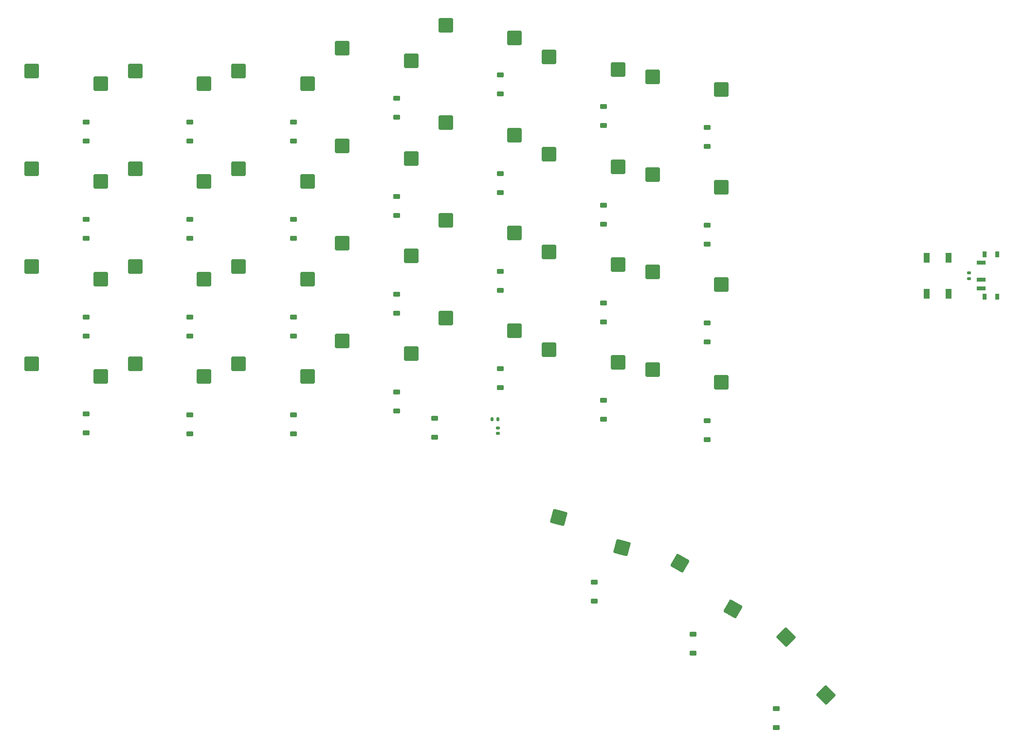
<source format=gbr>
%TF.GenerationSoftware,KiCad,Pcbnew,8.0.5*%
%TF.CreationDate,2024-10-02T17:20:21+02:00*%
%TF.ProjectId,vaucasy-pcb,76617563-6173-4792-9d70-63622e6b6963,rev?*%
%TF.SameCoordinates,Original*%
%TF.FileFunction,Paste,Bot*%
%TF.FilePolarity,Positive*%
%FSLAX46Y46*%
G04 Gerber Fmt 4.6, Leading zero omitted, Abs format (unit mm)*
G04 Created by KiCad (PCBNEW 8.0.5) date 2024-10-02 17:20:21*
%MOMM*%
%LPD*%
G01*
G04 APERTURE LIST*
G04 Aperture macros list*
%AMRoundRect*
0 Rectangle with rounded corners*
0 $1 Rounding radius*
0 $2 $3 $4 $5 $6 $7 $8 $9 X,Y pos of 4 corners*
0 Add a 4 corners polygon primitive as box body*
4,1,4,$2,$3,$4,$5,$6,$7,$8,$9,$2,$3,0*
0 Add four circle primitives for the rounded corners*
1,1,$1+$1,$2,$3*
1,1,$1+$1,$4,$5*
1,1,$1+$1,$6,$7*
1,1,$1+$1,$8,$9*
0 Add four rect primitives between the rounded corners*
20,1,$1+$1,$2,$3,$4,$5,0*
20,1,$1+$1,$4,$5,$6,$7,0*
20,1,$1+$1,$6,$7,$8,$9,0*
20,1,$1+$1,$8,$9,$2,$3,0*%
G04 Aperture macros list end*
%ADD10RoundRect,0.250000X-1.025000X-1.000000X1.025000X-1.000000X1.025000X1.000000X-1.025000X1.000000X0*%
%ADD11RoundRect,0.250000X-1.431891X0.017678X0.017678X-1.431891X1.431891X-0.017678X-0.017678X1.431891X0*%
%ADD12RoundRect,0.250000X-1.248893X-0.700636X0.731255X-1.231215X1.248893X0.700636X-0.731255X1.231215X0*%
%ADD13RoundRect,0.250000X-1.387676X-0.353525X0.387676X-1.378525X1.387676X0.353525X-0.387676X1.378525X0*%
%ADD14RoundRect,0.225000X0.375000X-0.225000X0.375000X0.225000X-0.375000X0.225000X-0.375000X-0.225000X0*%
%ADD15R,1.000000X1.700000*%
%ADD16R,1.500000X0.700000*%
%ADD17R,0.800000X1.000000*%
%ADD18RoundRect,0.135000X0.135000X0.185000X-0.135000X0.185000X-0.135000X-0.185000X0.135000X-0.185000X0*%
%ADD19RoundRect,0.135000X0.185000X-0.135000X0.185000X0.135000X-0.185000X0.135000X-0.185000X-0.135000X0*%
%ADD20RoundRect,0.140000X-0.170000X0.140000X-0.170000X-0.140000X0.170000X-0.140000X0.170000X0.140000X0*%
G04 APERTURE END LIST*
D10*
%TO.C,S5*%
X116000000Y-35550000D03*
X104000000Y-33350000D03*
%TD*%
%TO.C,S27*%
X134000000Y-75050000D03*
X122000000Y-72850000D03*
%TD*%
%TO.C,S3*%
X80000000Y-43550000D03*
X68000000Y-41350000D03*
%TD*%
%TO.C,S19*%
X62000000Y-77550000D03*
X50000000Y-75350000D03*
%TD*%
%TO.C,S28*%
X134000000Y-92050000D03*
X122000000Y-89850000D03*
%TD*%
%TO.C,S7*%
X152000000Y-44550000D03*
X140000000Y-42350000D03*
%TD*%
%TO.C,S30*%
X152000000Y-95550000D03*
X140000000Y-93350000D03*
%TD*%
%TO.C,S14*%
X134000000Y-58050000D03*
X122000000Y-55850000D03*
%TD*%
%TO.C,S6*%
X134000000Y-41050000D03*
X122000000Y-38850000D03*
%TD*%
%TO.C,S15*%
X152000000Y-61550000D03*
X140000000Y-59350000D03*
%TD*%
%TO.C,S29*%
X152000000Y-78550000D03*
X140000000Y-76350000D03*
%TD*%
%TO.C,S22*%
X80000000Y-94550000D03*
X68000000Y-92350000D03*
%TD*%
%TO.C,S26*%
X116000000Y-86550000D03*
X104000000Y-84350000D03*
%TD*%
%TO.C,S23*%
X98000000Y-73550000D03*
X86000000Y-71350000D03*
%TD*%
%TO.C,S1*%
X44000000Y-43550000D03*
X32000000Y-41350000D03*
%TD*%
%TO.C,S13*%
X116000000Y-52550000D03*
X104000000Y-50350000D03*
%TD*%
%TO.C,S9*%
X44000000Y-60550000D03*
X32000000Y-58350000D03*
%TD*%
%TO.C,S4*%
X98000000Y-39550000D03*
X86000000Y-37350000D03*
%TD*%
%TO.C,S10*%
X62000000Y-60550000D03*
X50000000Y-58350000D03*
%TD*%
%TO.C,S11*%
X80000000Y-60550000D03*
X68000000Y-58350000D03*
%TD*%
%TO.C,S17*%
X44000000Y-77550000D03*
X32000000Y-75350000D03*
%TD*%
%TO.C,S24*%
X98000000Y-90550000D03*
X86000000Y-88350000D03*
%TD*%
D11*
%TO.C,S31*%
X170137688Y-149967335D03*
X163208041Y-139926420D03*
%TD*%
D10*
%TO.C,S2*%
X62000000Y-43550000D03*
X50000000Y-41350000D03*
%TD*%
%TO.C,S20*%
X62000000Y-94550000D03*
X50000000Y-92350000D03*
%TD*%
D12*
%TO.C,S8*%
X134707022Y-124279444D03*
X123685314Y-119048579D03*
%TD*%
D10*
%TO.C,S25*%
X116000000Y-69550000D03*
X104000000Y-67350000D03*
%TD*%
%TO.C,S12*%
X98000000Y-56550000D03*
X86000000Y-54350000D03*
%TD*%
%TO.C,S21*%
X80000000Y-77550000D03*
X68000000Y-75350000D03*
%TD*%
D13*
%TO.C,S16*%
X154024356Y-134959103D03*
X144732051Y-127053848D03*
%TD*%
D10*
%TO.C,S18*%
X44000000Y-94550000D03*
X32000000Y-92350000D03*
%TD*%
D14*
%TO.C,D19*%
X59500000Y-87500000D03*
X59500000Y-84200000D03*
%TD*%
D15*
%TO.C,SW2*%
X187675000Y-73820000D03*
X187675000Y-80120000D03*
X191475000Y-73820000D03*
X191475000Y-80120000D03*
%TD*%
D14*
%TO.C,D9*%
X41500000Y-70500000D03*
X41500000Y-67200000D03*
%TD*%
%TO.C,D15*%
X149500000Y-71500000D03*
X149500000Y-68200000D03*
%TD*%
%TO.C,D8*%
X129825000Y-133650000D03*
X129825000Y-130350000D03*
%TD*%
%TO.C,D17*%
X41500000Y-87500000D03*
X41500000Y-84200000D03*
%TD*%
%TO.C,D18*%
X41500000Y-104350000D03*
X41500000Y-101050000D03*
%TD*%
%TO.C,D14*%
X131500000Y-68000000D03*
X131500000Y-64700000D03*
%TD*%
%TO.C,D12*%
X95500000Y-66500000D03*
X95500000Y-63200000D03*
%TD*%
%TO.C,D24*%
X95500000Y-100500000D03*
X95500000Y-97200000D03*
%TD*%
%TO.C,D26*%
X113500000Y-96500000D03*
X113500000Y-93200000D03*
%TD*%
%TO.C,D13*%
X113500000Y-62500000D03*
X113500000Y-59200000D03*
%TD*%
%TO.C,D6*%
X131500000Y-50850000D03*
X131500000Y-47550000D03*
%TD*%
D16*
%TO.C,SW1*%
X197145000Y-79200000D03*
X197145000Y-77700000D03*
X197145000Y-74700000D03*
D17*
X197795000Y-80600000D03*
X200005000Y-80600000D03*
X197795000Y-73300000D03*
X200005000Y-73300000D03*
%TD*%
D18*
%TO.C,R6*%
X113135000Y-101950000D03*
X112115000Y-101950000D03*
%TD*%
D14*
%TO.C,D22*%
X77500000Y-104500000D03*
X77500000Y-101200000D03*
%TD*%
%TO.C,D30*%
X149500000Y-105500000D03*
X149500000Y-102200000D03*
%TD*%
%TO.C,D2*%
X59500000Y-53500000D03*
X59500000Y-50200000D03*
%TD*%
D19*
%TO.C,R1*%
X195075000Y-77470000D03*
X195075000Y-76450000D03*
%TD*%
D14*
%TO.C,D16*%
X147025000Y-142675000D03*
X147025000Y-139375000D03*
%TD*%
%TO.C,D7*%
X149500000Y-54500000D03*
X149500000Y-51200000D03*
%TD*%
%TO.C,D29*%
X149500000Y-88500000D03*
X149500000Y-85200000D03*
%TD*%
%TO.C,D25*%
X113500000Y-79500000D03*
X113500000Y-76200000D03*
%TD*%
%TO.C,D33*%
X102115000Y-105100000D03*
X102115000Y-101800000D03*
%TD*%
%TO.C,D11*%
X77500000Y-70500000D03*
X77500000Y-67200000D03*
%TD*%
%TO.C,D27*%
X131500000Y-85000000D03*
X131500000Y-81700000D03*
%TD*%
%TO.C,D5*%
X113500000Y-45350000D03*
X113500000Y-42050000D03*
%TD*%
%TO.C,D3*%
X77500000Y-53500000D03*
X77500000Y-50200000D03*
%TD*%
%TO.C,D20*%
X59500000Y-104500000D03*
X59500000Y-101200000D03*
%TD*%
%TO.C,D23*%
X95500000Y-83500000D03*
X95500000Y-80200000D03*
%TD*%
%TO.C,D31*%
X161500000Y-155650000D03*
X161500000Y-152350000D03*
%TD*%
%TO.C,D21*%
X77500000Y-87500000D03*
X77500000Y-84200000D03*
%TD*%
%TO.C,D1*%
X41500000Y-53500000D03*
X41500000Y-50200000D03*
%TD*%
D20*
%TO.C,C16*%
X113115000Y-103470000D03*
X113115000Y-104430000D03*
%TD*%
D14*
%TO.C,D28*%
X131500000Y-102000000D03*
X131500000Y-98700000D03*
%TD*%
%TO.C,D10*%
X59500000Y-70500000D03*
X59500000Y-67200000D03*
%TD*%
%TO.C,D4*%
X95500000Y-49350000D03*
X95500000Y-46050000D03*
%TD*%
M02*

</source>
